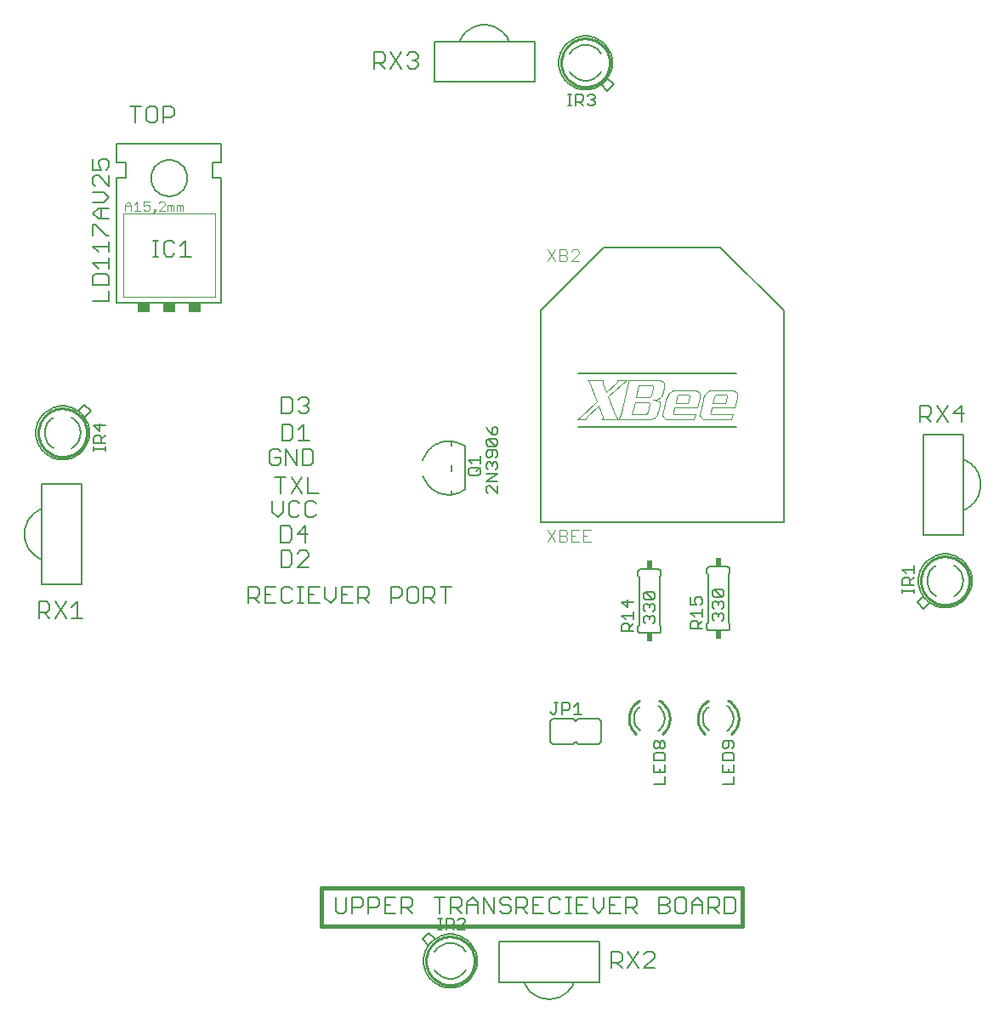
<source format=gto>
G75*
%MOIN*%
%OFA0B0*%
%FSLAX24Y24*%
%IPPOS*%
%LPD*%
%AMOC8*
5,1,8,0,0,1.08239X$1,22.5*
%
%ADD10C,0.0060*%
%ADD11C,0.0160*%
%ADD12C,0.0100*%
%ADD13C,0.0050*%
%ADD14R,0.0240X0.0340*%
%ADD15C,0.0080*%
%ADD16C,0.0040*%
%ADD17C,0.0020*%
%ADD18R,0.0500X0.0350*%
%ADD19C,0.0070*%
D10*
X016395Y004741D02*
X016502Y004635D01*
X016716Y004635D01*
X016822Y004741D01*
X016822Y005275D01*
X017040Y005275D02*
X017360Y005275D01*
X017467Y005168D01*
X017467Y004955D01*
X017360Y004848D01*
X017040Y004848D01*
X017040Y004635D02*
X017040Y005275D01*
X016395Y005275D02*
X016395Y004741D01*
X017685Y004635D02*
X017685Y005275D01*
X018005Y005275D01*
X018112Y005168D01*
X018112Y004955D01*
X018005Y004848D01*
X017685Y004848D01*
X018329Y004955D02*
X018543Y004955D01*
X018756Y005275D02*
X018329Y005275D01*
X018329Y004635D01*
X018756Y004635D01*
X018974Y004635D02*
X018974Y005275D01*
X019294Y005275D01*
X019401Y005168D01*
X019401Y004955D01*
X019294Y004848D01*
X018974Y004848D01*
X019187Y004848D02*
X019401Y004635D01*
X020047Y003867D02*
X020297Y003617D01*
X020047Y003367D02*
X019797Y003617D01*
X020047Y003867D01*
X020476Y004635D02*
X020476Y005275D01*
X020263Y005275D02*
X020690Y005275D01*
X020907Y005275D02*
X021228Y005275D01*
X021334Y005168D01*
X021334Y004955D01*
X021228Y004848D01*
X020907Y004848D01*
X020907Y004635D02*
X020907Y005275D01*
X021121Y004848D02*
X021334Y004635D01*
X021552Y004635D02*
X021552Y005062D01*
X021765Y005275D01*
X021979Y005062D01*
X021979Y004635D01*
X022196Y004635D02*
X022196Y005275D01*
X022623Y004635D01*
X022623Y005275D01*
X022841Y005168D02*
X022948Y005275D01*
X023161Y005275D01*
X023268Y005168D01*
X023161Y004955D02*
X023268Y004848D01*
X023268Y004741D01*
X023161Y004635D01*
X022948Y004635D01*
X022841Y004741D01*
X022948Y004955D02*
X023161Y004955D01*
X022948Y004955D02*
X022841Y005062D01*
X022841Y005168D01*
X023485Y005275D02*
X023485Y004635D01*
X023485Y004848D02*
X023806Y004848D01*
X023913Y004955D01*
X023913Y005168D01*
X023806Y005275D01*
X023485Y005275D01*
X023699Y004848D02*
X023913Y004635D01*
X024130Y004635D02*
X024557Y004635D01*
X024775Y004741D02*
X024775Y005168D01*
X024881Y005275D01*
X025095Y005275D01*
X025202Y005168D01*
X025419Y005275D02*
X025633Y005275D01*
X025526Y005275D02*
X025526Y004635D01*
X025419Y004635D02*
X025633Y004635D01*
X025849Y004635D02*
X026276Y004635D01*
X026493Y004848D02*
X026707Y004635D01*
X026920Y004848D01*
X026920Y005275D01*
X027138Y005275D02*
X027138Y004635D01*
X027565Y004635D01*
X027782Y004635D02*
X027782Y005275D01*
X028103Y005275D01*
X028210Y005168D01*
X028210Y004955D01*
X028103Y004848D01*
X027782Y004848D01*
X027996Y004848D02*
X028210Y004635D01*
X029072Y004635D02*
X029072Y005275D01*
X029392Y005275D01*
X029499Y005168D01*
X029499Y005062D01*
X029392Y004955D01*
X029072Y004955D01*
X029392Y004955D02*
X029499Y004848D01*
X029499Y004741D01*
X029392Y004635D01*
X029072Y004635D01*
X029716Y004741D02*
X029716Y005168D01*
X029823Y005275D01*
X030036Y005275D01*
X030143Y005168D01*
X030143Y004741D01*
X030036Y004635D01*
X029823Y004635D01*
X029716Y004741D01*
X030361Y004635D02*
X030361Y005062D01*
X030574Y005275D01*
X030788Y005062D01*
X030788Y004635D01*
X031005Y004635D02*
X031005Y005275D01*
X031326Y005275D01*
X031432Y005168D01*
X031432Y004955D01*
X031326Y004848D01*
X031005Y004848D01*
X031219Y004848D02*
X031432Y004635D01*
X031650Y004635D02*
X031970Y004635D01*
X032077Y004741D01*
X032077Y005168D01*
X031970Y005275D01*
X031650Y005275D01*
X031650Y004635D01*
X030788Y004955D02*
X030361Y004955D01*
X028812Y003122D02*
X028599Y003122D01*
X028492Y003015D01*
X028275Y003122D02*
X027848Y002481D01*
X027630Y002481D02*
X027417Y002695D01*
X027523Y002695D02*
X027203Y002695D01*
X027203Y002481D02*
X027203Y003122D01*
X027523Y003122D01*
X027630Y003015D01*
X027630Y002802D01*
X027523Y002695D01*
X027848Y003122D02*
X028275Y002481D01*
X028492Y002481D02*
X028919Y002908D01*
X028919Y003015D01*
X028812Y003122D01*
X028919Y002481D02*
X028492Y002481D01*
X027351Y004955D02*
X027138Y004955D01*
X027138Y005275D02*
X027565Y005275D01*
X026493Y005275D02*
X026493Y004848D01*
X026062Y004955D02*
X025849Y004955D01*
X025849Y005275D02*
X025849Y004635D01*
X025202Y004741D02*
X025095Y004635D01*
X024881Y004635D01*
X024775Y004741D01*
X024344Y004955D02*
X024130Y004955D01*
X024130Y005275D02*
X024130Y004635D01*
X024130Y005275D02*
X024557Y005275D01*
X025849Y005275D02*
X026276Y005275D01*
X021979Y004955D02*
X021552Y004955D01*
X021502Y002414D02*
X021474Y002370D01*
X021443Y002328D01*
X021408Y002289D01*
X021371Y002252D01*
X021332Y002218D01*
X021290Y002188D01*
X021246Y002160D01*
X021200Y002136D01*
X021152Y002115D01*
X021102Y002098D01*
X021052Y002084D01*
X021001Y002075D01*
X020949Y002069D01*
X020897Y002067D01*
X020292Y003120D02*
X020320Y003164D01*
X020351Y003206D01*
X020386Y003245D01*
X020423Y003282D01*
X020462Y003316D01*
X020504Y003346D01*
X020548Y003374D01*
X020594Y003398D01*
X020642Y003419D01*
X020692Y003436D01*
X020742Y003450D01*
X020793Y003459D01*
X020845Y003465D01*
X020897Y003467D01*
X019847Y002767D02*
X019849Y002832D01*
X019855Y002896D01*
X019865Y002960D01*
X019879Y003023D01*
X019896Y003085D01*
X019918Y003146D01*
X019943Y003206D01*
X019972Y003264D01*
X020004Y003320D01*
X020040Y003374D01*
X020079Y003425D01*
X020121Y003474D01*
X020166Y003521D01*
X020214Y003564D01*
X020264Y003605D01*
X020317Y003642D01*
X020372Y003676D01*
X020429Y003707D01*
X020488Y003734D01*
X020548Y003757D01*
X020610Y003777D01*
X020672Y003793D01*
X020736Y003805D01*
X020800Y003813D01*
X020865Y003817D01*
X020929Y003817D01*
X020994Y003813D01*
X021058Y003805D01*
X021122Y003793D01*
X021184Y003777D01*
X021246Y003757D01*
X021306Y003734D01*
X021365Y003707D01*
X021422Y003676D01*
X021477Y003642D01*
X021530Y003605D01*
X021580Y003564D01*
X021628Y003521D01*
X021673Y003474D01*
X021715Y003425D01*
X021754Y003374D01*
X021790Y003320D01*
X021822Y003264D01*
X021851Y003206D01*
X021876Y003146D01*
X021898Y003085D01*
X021915Y003023D01*
X021929Y002960D01*
X021939Y002896D01*
X021945Y002832D01*
X021947Y002767D01*
X021945Y002702D01*
X021939Y002638D01*
X021929Y002574D01*
X021915Y002511D01*
X021898Y002449D01*
X021876Y002388D01*
X021851Y002328D01*
X021822Y002270D01*
X021790Y002214D01*
X021754Y002160D01*
X021715Y002109D01*
X021673Y002060D01*
X021628Y002013D01*
X021580Y001970D01*
X021530Y001929D01*
X021477Y001892D01*
X021422Y001858D01*
X021365Y001827D01*
X021306Y001800D01*
X021246Y001777D01*
X021184Y001757D01*
X021122Y001741D01*
X021058Y001729D01*
X020994Y001721D01*
X020929Y001717D01*
X020865Y001717D01*
X020800Y001721D01*
X020736Y001729D01*
X020672Y001741D01*
X020610Y001757D01*
X020548Y001777D01*
X020488Y001800D01*
X020429Y001827D01*
X020372Y001858D01*
X020317Y001892D01*
X020264Y001929D01*
X020214Y001970D01*
X020166Y002013D01*
X020121Y002060D01*
X020079Y002109D01*
X020040Y002160D01*
X020004Y002214D01*
X019972Y002270D01*
X019943Y002328D01*
X019918Y002388D01*
X019896Y002449D01*
X019879Y002511D01*
X019865Y002574D01*
X019855Y002638D01*
X019849Y002702D01*
X019847Y002767D01*
X020292Y002414D02*
X020320Y002370D01*
X020351Y002328D01*
X020386Y002289D01*
X020423Y002252D01*
X020462Y002218D01*
X020504Y002188D01*
X020548Y002160D01*
X020594Y002136D01*
X020642Y002115D01*
X020692Y002098D01*
X020742Y002084D01*
X020793Y002075D01*
X020845Y002069D01*
X020897Y002067D01*
X021502Y003120D02*
X021474Y003164D01*
X021443Y003206D01*
X021408Y003245D01*
X021371Y003282D01*
X021332Y003316D01*
X021290Y003346D01*
X021246Y003374D01*
X021200Y003398D01*
X021152Y003419D01*
X021102Y003436D01*
X021052Y003450D01*
X021001Y003459D01*
X020949Y003465D01*
X020897Y003467D01*
X024897Y011267D02*
X024797Y011367D01*
X024797Y012167D01*
X024897Y012267D01*
X025697Y012267D01*
X025797Y012167D01*
X025897Y012267D01*
X026697Y012267D01*
X026797Y012167D01*
X026797Y011367D01*
X026697Y011267D01*
X025897Y011267D01*
X025797Y011367D01*
X025697Y011267D01*
X024897Y011267D01*
X029057Y012747D02*
X029093Y012718D01*
X029127Y012686D01*
X029158Y012651D01*
X029186Y012615D01*
X029211Y012576D01*
X029234Y012535D01*
X029253Y012493D01*
X029269Y012450D01*
X029281Y012405D01*
X029290Y012359D01*
X029295Y012313D01*
X029297Y012267D01*
X028329Y012741D02*
X028294Y012711D01*
X028261Y012680D01*
X028231Y012645D01*
X028204Y012609D01*
X028180Y012571D01*
X028158Y012531D01*
X028140Y012489D01*
X028124Y012446D01*
X028112Y012402D01*
X028104Y012358D01*
X028099Y012312D01*
X028097Y012267D01*
X029046Y011779D02*
X029083Y011808D01*
X029118Y011840D01*
X029151Y011875D01*
X029181Y011912D01*
X029207Y011951D01*
X029230Y011992D01*
X029251Y012036D01*
X029267Y012080D01*
X029280Y012126D01*
X029289Y012172D01*
X029295Y012220D01*
X029297Y012267D01*
X028329Y011793D02*
X028294Y011823D01*
X028261Y011854D01*
X028231Y011889D01*
X028204Y011925D01*
X028180Y011963D01*
X028158Y012003D01*
X028140Y012045D01*
X028124Y012088D01*
X028112Y012132D01*
X028104Y012176D01*
X028099Y012222D01*
X028097Y012267D01*
X031757Y012747D02*
X031793Y012718D01*
X031827Y012686D01*
X031858Y012651D01*
X031886Y012615D01*
X031911Y012576D01*
X031934Y012535D01*
X031953Y012493D01*
X031969Y012450D01*
X031981Y012405D01*
X031990Y012359D01*
X031995Y012313D01*
X031997Y012267D01*
X031029Y012741D02*
X030994Y012711D01*
X030961Y012680D01*
X030931Y012645D01*
X030904Y012609D01*
X030880Y012571D01*
X030858Y012531D01*
X030840Y012489D01*
X030824Y012446D01*
X030812Y012402D01*
X030804Y012358D01*
X030799Y012312D01*
X030797Y012267D01*
X031746Y011779D02*
X031783Y011808D01*
X031818Y011840D01*
X031851Y011875D01*
X031881Y011912D01*
X031907Y011951D01*
X031930Y011992D01*
X031951Y012036D01*
X031967Y012080D01*
X031980Y012126D01*
X031989Y012172D01*
X031995Y012220D01*
X031997Y012267D01*
X031029Y011793D02*
X030994Y011823D01*
X030961Y011854D01*
X030931Y011889D01*
X030904Y011925D01*
X030880Y011963D01*
X030858Y012003D01*
X030840Y012045D01*
X030824Y012088D01*
X030812Y012132D01*
X030804Y012176D01*
X030799Y012222D01*
X030797Y012267D01*
X031047Y015717D02*
X031747Y015717D01*
X031764Y015719D01*
X031781Y015723D01*
X031797Y015730D01*
X031811Y015740D01*
X031824Y015753D01*
X031834Y015767D01*
X031841Y015783D01*
X031845Y015800D01*
X031847Y015817D01*
X031847Y015967D01*
X031797Y016017D01*
X031797Y017917D01*
X031847Y017967D01*
X031847Y018117D01*
X031845Y018134D01*
X031841Y018151D01*
X031834Y018167D01*
X031824Y018181D01*
X031811Y018194D01*
X031797Y018204D01*
X031781Y018211D01*
X031764Y018215D01*
X031747Y018217D01*
X031047Y018217D01*
X031030Y018215D01*
X031013Y018211D01*
X030997Y018204D01*
X030983Y018194D01*
X030970Y018181D01*
X030960Y018167D01*
X030953Y018151D01*
X030949Y018134D01*
X030947Y018117D01*
X030947Y017967D01*
X030997Y017917D01*
X030997Y016017D01*
X030947Y015967D01*
X030947Y015817D01*
X030949Y015800D01*
X030953Y015783D01*
X030960Y015767D01*
X030970Y015753D01*
X030983Y015740D01*
X030997Y015730D01*
X031013Y015723D01*
X031030Y015719D01*
X031047Y015717D01*
X029147Y015717D02*
X029147Y015867D01*
X029097Y015917D01*
X029097Y017817D01*
X029147Y017867D01*
X029147Y018017D01*
X029145Y018034D01*
X029141Y018051D01*
X029134Y018067D01*
X029124Y018081D01*
X029111Y018094D01*
X029097Y018104D01*
X029081Y018111D01*
X029064Y018115D01*
X029047Y018117D01*
X028347Y018117D01*
X028330Y018115D01*
X028313Y018111D01*
X028297Y018104D01*
X028283Y018094D01*
X028270Y018081D01*
X028260Y018067D01*
X028253Y018051D01*
X028249Y018034D01*
X028247Y018017D01*
X028247Y017867D01*
X028297Y017817D01*
X028297Y015917D01*
X028247Y015867D01*
X028247Y015717D01*
X028249Y015700D01*
X028253Y015683D01*
X028260Y015667D01*
X028270Y015653D01*
X028283Y015640D01*
X028297Y015630D01*
X028313Y015623D01*
X028330Y015619D01*
X028347Y015617D01*
X029047Y015617D01*
X029064Y015619D01*
X029081Y015623D01*
X029097Y015630D01*
X029111Y015640D01*
X029124Y015653D01*
X029134Y015667D01*
X029141Y015683D01*
X029145Y015700D01*
X029147Y015717D01*
X021477Y021262D02*
X021477Y022912D01*
X020927Y022974D02*
X020927Y023132D01*
X020927Y022200D02*
X020927Y021974D01*
X021477Y021262D02*
X021426Y021225D01*
X021373Y021190D01*
X021317Y021158D01*
X021260Y021130D01*
X021201Y021106D01*
X021141Y021085D01*
X021080Y021068D01*
X021018Y021054D01*
X020955Y021045D01*
X020892Y021039D01*
X020828Y021037D01*
X020764Y021039D01*
X020701Y021045D01*
X020638Y021054D01*
X020576Y021067D01*
X020515Y021085D01*
X020455Y021105D01*
X020396Y021130D01*
X020339Y021158D01*
X020283Y021189D01*
X020230Y021223D01*
X020179Y021261D01*
X020130Y021302D01*
X020084Y021346D01*
X020040Y021392D01*
X019999Y021441D01*
X019962Y021492D01*
X019927Y021546D01*
X019896Y021601D01*
X019868Y021658D01*
X019844Y021717D01*
X019824Y021777D01*
X019824Y022397D02*
X019844Y022457D01*
X019868Y022516D01*
X019896Y022573D01*
X019927Y022628D01*
X019962Y022682D01*
X019999Y022733D01*
X020040Y022782D01*
X020084Y022828D01*
X020130Y022872D01*
X020179Y022913D01*
X020230Y022951D01*
X020283Y022985D01*
X020339Y023017D01*
X020396Y023044D01*
X020455Y023069D01*
X020515Y023089D01*
X020576Y023107D01*
X020638Y023120D01*
X020701Y023129D01*
X020764Y023135D01*
X020828Y023137D01*
X020892Y023135D01*
X020955Y023129D01*
X021018Y023120D01*
X021080Y023106D01*
X021141Y023089D01*
X021201Y023068D01*
X021260Y023044D01*
X021317Y023016D01*
X021373Y022984D01*
X021426Y022949D01*
X021477Y022912D01*
X020927Y021200D02*
X020927Y021042D01*
X020929Y017436D02*
X020502Y017436D01*
X020716Y017436D02*
X020716Y016795D01*
X020285Y016795D02*
X020071Y017009D01*
X020178Y017009D02*
X019858Y017009D01*
X019858Y016795D02*
X019858Y017436D01*
X020178Y017436D01*
X020285Y017329D01*
X020285Y017115D01*
X020178Y017009D01*
X019640Y016902D02*
X019640Y017329D01*
X019534Y017436D01*
X019320Y017436D01*
X019213Y017329D01*
X019213Y016902D01*
X019320Y016795D01*
X019534Y016795D01*
X019640Y016902D01*
X018996Y017115D02*
X018889Y017009D01*
X018569Y017009D01*
X018569Y016795D02*
X018569Y017436D01*
X018889Y017436D01*
X018996Y017329D01*
X018996Y017115D01*
X017707Y017115D02*
X017600Y017009D01*
X017280Y017009D01*
X017493Y017009D02*
X017707Y016795D01*
X017707Y017115D02*
X017707Y017329D01*
X017600Y017436D01*
X017280Y017436D01*
X017280Y016795D01*
X017062Y016795D02*
X016635Y016795D01*
X016635Y017436D01*
X017062Y017436D01*
X016849Y017115D02*
X016635Y017115D01*
X016418Y017009D02*
X016418Y017436D01*
X016418Y017009D02*
X016204Y016795D01*
X015991Y017009D01*
X015991Y017436D01*
X015773Y017436D02*
X015346Y017436D01*
X015346Y016795D01*
X015773Y016795D01*
X015559Y017115D02*
X015346Y017115D01*
X015130Y016795D02*
X014916Y016795D01*
X015023Y016795D02*
X015023Y017436D01*
X014916Y017436D02*
X015130Y017436D01*
X014699Y017329D02*
X014592Y017436D01*
X014378Y017436D01*
X014272Y017329D01*
X014272Y016902D01*
X014378Y016795D01*
X014592Y016795D01*
X014699Y016902D01*
X014054Y016795D02*
X013627Y016795D01*
X013627Y017436D01*
X014054Y017436D01*
X013841Y017115D02*
X013627Y017115D01*
X013410Y017115D02*
X013303Y017009D01*
X012983Y017009D01*
X013196Y017009D02*
X013410Y016795D01*
X013410Y017115D02*
X013410Y017329D01*
X013303Y017436D01*
X012983Y017436D01*
X012983Y016795D01*
X014262Y018206D02*
X014582Y018206D01*
X014689Y018312D01*
X014689Y018739D01*
X014582Y018846D01*
X014262Y018846D01*
X014262Y018206D01*
X014907Y018206D02*
X015334Y018633D01*
X015334Y018739D01*
X015227Y018846D01*
X015013Y018846D01*
X014907Y018739D01*
X014907Y018206D02*
X015334Y018206D01*
X015215Y019174D02*
X015215Y019815D01*
X014895Y019494D01*
X015322Y019494D01*
X014677Y019281D02*
X014677Y019708D01*
X014571Y019815D01*
X014250Y019815D01*
X014250Y019174D01*
X014571Y019174D01*
X014677Y019281D01*
X014667Y020147D02*
X014881Y020147D01*
X014987Y020253D01*
X015205Y020253D02*
X015312Y020147D01*
X015525Y020147D01*
X015632Y020253D01*
X015205Y020253D02*
X015205Y020680D01*
X015312Y020787D01*
X015525Y020787D01*
X015632Y020680D01*
X015734Y021099D02*
X015307Y021099D01*
X015307Y021740D01*
X015090Y021740D02*
X014663Y021099D01*
X014667Y020787D02*
X014560Y020680D01*
X014560Y020253D01*
X014667Y020147D01*
X014343Y020360D02*
X014343Y020787D01*
X014667Y020787D02*
X014881Y020787D01*
X014987Y020680D01*
X015090Y021099D02*
X014663Y021740D01*
X014445Y021740D02*
X014018Y021740D01*
X014232Y021740D02*
X014232Y021099D01*
X013916Y020787D02*
X013916Y020360D01*
X014129Y020147D01*
X014343Y020360D01*
X014450Y022190D02*
X014450Y022830D01*
X014877Y022190D01*
X014877Y022830D01*
X015095Y022830D02*
X015415Y022830D01*
X015522Y022724D01*
X015522Y022297D01*
X015415Y022190D01*
X015095Y022190D01*
X015095Y022830D01*
X015152Y023162D02*
X015152Y023803D01*
X014938Y023589D01*
X014721Y023696D02*
X014721Y023269D01*
X014614Y023162D01*
X014294Y023162D01*
X014294Y023803D01*
X014614Y023803D01*
X014721Y023696D01*
X014606Y024214D02*
X014286Y024214D01*
X014286Y024854D01*
X014606Y024854D01*
X014713Y024747D01*
X014713Y024320D01*
X014606Y024214D01*
X014930Y024320D02*
X015037Y024214D01*
X015251Y024214D01*
X015357Y024320D01*
X015357Y024427D01*
X015251Y024534D01*
X015144Y024534D01*
X015251Y024534D02*
X015357Y024641D01*
X015357Y024747D01*
X015251Y024854D01*
X015037Y024854D01*
X014930Y024747D01*
X014938Y023162D02*
X015365Y023162D01*
X014232Y022724D02*
X014126Y022830D01*
X013912Y022830D01*
X013805Y022724D01*
X013805Y022297D01*
X013912Y022190D01*
X014126Y022190D01*
X014232Y022297D01*
X014232Y022510D01*
X014019Y022510D01*
X011925Y028550D02*
X007825Y028550D01*
X007825Y033450D01*
X008175Y033450D01*
X008175Y034050D01*
X007825Y034050D01*
X007825Y034800D01*
X011925Y034800D01*
X011925Y034050D01*
X011575Y034050D01*
X011575Y033450D01*
X011925Y033450D01*
X011925Y028550D01*
X009165Y033450D02*
X009167Y033503D01*
X009173Y033556D01*
X009183Y033608D01*
X009197Y033659D01*
X009214Y033709D01*
X009235Y033758D01*
X009260Y033805D01*
X009288Y033850D01*
X009320Y033893D01*
X009355Y033933D01*
X009392Y033970D01*
X009432Y034005D01*
X009475Y034037D01*
X009520Y034065D01*
X009567Y034090D01*
X009616Y034111D01*
X009666Y034128D01*
X009717Y034142D01*
X009769Y034152D01*
X009822Y034158D01*
X009875Y034160D01*
X009928Y034158D01*
X009981Y034152D01*
X010033Y034142D01*
X010084Y034128D01*
X010134Y034111D01*
X010183Y034090D01*
X010230Y034065D01*
X010275Y034037D01*
X010318Y034005D01*
X010358Y033970D01*
X010395Y033933D01*
X010430Y033893D01*
X010462Y033850D01*
X010490Y033805D01*
X010515Y033758D01*
X010536Y033709D01*
X010553Y033659D01*
X010567Y033608D01*
X010577Y033556D01*
X010583Y033503D01*
X010585Y033450D01*
X010583Y033397D01*
X010577Y033344D01*
X010567Y033292D01*
X010553Y033241D01*
X010536Y033191D01*
X010515Y033142D01*
X010490Y033095D01*
X010462Y033050D01*
X010430Y033007D01*
X010395Y032967D01*
X010358Y032930D01*
X010318Y032895D01*
X010275Y032863D01*
X010230Y032835D01*
X010183Y032810D01*
X010134Y032789D01*
X010084Y032772D01*
X010033Y032758D01*
X009981Y032748D01*
X009928Y032742D01*
X009875Y032740D01*
X009822Y032742D01*
X009769Y032748D01*
X009717Y032758D01*
X009666Y032772D01*
X009616Y032789D01*
X009567Y032810D01*
X009520Y032835D01*
X009475Y032863D01*
X009432Y032895D01*
X009392Y032930D01*
X009355Y032967D01*
X009320Y033007D01*
X009288Y033050D01*
X009260Y033095D01*
X009235Y033142D01*
X009214Y033191D01*
X009197Y033241D01*
X009183Y033292D01*
X009173Y033344D01*
X009167Y033397D01*
X009165Y033450D01*
X009096Y035615D02*
X009310Y035615D01*
X009416Y035722D01*
X009416Y036149D01*
X009310Y036256D01*
X009096Y036256D01*
X008989Y036149D01*
X008989Y035722D01*
X009096Y035615D01*
X008558Y035615D02*
X008558Y036256D01*
X008345Y036256D02*
X008772Y036256D01*
X009634Y036256D02*
X009634Y035615D01*
X009634Y035829D02*
X009954Y035829D01*
X010061Y035935D01*
X010061Y036149D01*
X009954Y036256D01*
X009634Y036256D01*
X017912Y037741D02*
X017912Y038382D01*
X018232Y038382D01*
X018339Y038275D01*
X018339Y038061D01*
X018232Y037955D01*
X017912Y037955D01*
X018125Y037955D02*
X018339Y037741D01*
X018556Y037741D02*
X018983Y038382D01*
X019201Y038275D02*
X019308Y038382D01*
X019521Y038382D01*
X019628Y038275D01*
X019628Y038168D01*
X019521Y038061D01*
X019628Y037955D01*
X019628Y037848D01*
X019521Y037741D01*
X019308Y037741D01*
X019201Y037848D01*
X018983Y037741D02*
X018556Y038382D01*
X019414Y038061D02*
X019521Y038061D01*
X025592Y038320D02*
X025620Y038364D01*
X025651Y038406D01*
X025686Y038445D01*
X025723Y038482D01*
X025762Y038516D01*
X025804Y038546D01*
X025848Y038574D01*
X025894Y038598D01*
X025942Y038619D01*
X025992Y038636D01*
X026042Y038650D01*
X026093Y038659D01*
X026145Y038665D01*
X026197Y038667D01*
X025147Y037967D02*
X025149Y038032D01*
X025155Y038096D01*
X025165Y038160D01*
X025179Y038223D01*
X025196Y038285D01*
X025218Y038346D01*
X025243Y038406D01*
X025272Y038464D01*
X025304Y038520D01*
X025340Y038574D01*
X025379Y038625D01*
X025421Y038674D01*
X025466Y038721D01*
X025514Y038764D01*
X025564Y038805D01*
X025617Y038842D01*
X025672Y038876D01*
X025729Y038907D01*
X025788Y038934D01*
X025848Y038957D01*
X025910Y038977D01*
X025972Y038993D01*
X026036Y039005D01*
X026100Y039013D01*
X026165Y039017D01*
X026229Y039017D01*
X026294Y039013D01*
X026358Y039005D01*
X026422Y038993D01*
X026484Y038977D01*
X026546Y038957D01*
X026606Y038934D01*
X026665Y038907D01*
X026722Y038876D01*
X026777Y038842D01*
X026830Y038805D01*
X026880Y038764D01*
X026928Y038721D01*
X026973Y038674D01*
X027015Y038625D01*
X027054Y038574D01*
X027090Y038520D01*
X027122Y038464D01*
X027151Y038406D01*
X027176Y038346D01*
X027198Y038285D01*
X027215Y038223D01*
X027229Y038160D01*
X027239Y038096D01*
X027245Y038032D01*
X027247Y037967D01*
X027245Y037902D01*
X027239Y037838D01*
X027229Y037774D01*
X027215Y037711D01*
X027198Y037649D01*
X027176Y037588D01*
X027151Y037528D01*
X027122Y037470D01*
X027090Y037414D01*
X027054Y037360D01*
X027015Y037309D01*
X026973Y037260D01*
X026928Y037213D01*
X026880Y037170D01*
X026830Y037129D01*
X026777Y037092D01*
X026722Y037058D01*
X026665Y037027D01*
X026606Y037000D01*
X026546Y036977D01*
X026484Y036957D01*
X026422Y036941D01*
X026358Y036929D01*
X026294Y036921D01*
X026229Y036917D01*
X026165Y036917D01*
X026100Y036921D01*
X026036Y036929D01*
X025972Y036941D01*
X025910Y036957D01*
X025848Y036977D01*
X025788Y037000D01*
X025729Y037027D01*
X025672Y037058D01*
X025617Y037092D01*
X025564Y037129D01*
X025514Y037170D01*
X025466Y037213D01*
X025421Y037260D01*
X025379Y037309D01*
X025340Y037360D01*
X025304Y037414D01*
X025272Y037470D01*
X025243Y037528D01*
X025218Y037588D01*
X025196Y037649D01*
X025179Y037711D01*
X025165Y037774D01*
X025155Y037838D01*
X025149Y037902D01*
X025147Y037967D01*
X025592Y037614D02*
X025620Y037570D01*
X025651Y037528D01*
X025686Y037489D01*
X025723Y037452D01*
X025762Y037418D01*
X025804Y037388D01*
X025848Y037360D01*
X025894Y037336D01*
X025942Y037315D01*
X025992Y037298D01*
X026042Y037284D01*
X026093Y037275D01*
X026145Y037269D01*
X026197Y037267D01*
X026797Y037117D02*
X027047Y036867D01*
X027297Y037117D01*
X027047Y037367D01*
X026802Y038320D02*
X026774Y038364D01*
X026743Y038406D01*
X026708Y038445D01*
X026671Y038482D01*
X026632Y038516D01*
X026590Y038546D01*
X026546Y038574D01*
X026500Y038598D01*
X026452Y038619D01*
X026402Y038636D01*
X026352Y038650D01*
X026301Y038659D01*
X026249Y038665D01*
X026197Y038667D01*
X026802Y037614D02*
X026774Y037570D01*
X026743Y037528D01*
X026708Y037489D01*
X026671Y037452D01*
X026632Y037418D01*
X026590Y037388D01*
X026546Y037360D01*
X026500Y037336D01*
X026452Y037315D01*
X026402Y037298D01*
X026352Y037284D01*
X026301Y037275D01*
X026249Y037269D01*
X026197Y037267D01*
X025896Y025796D02*
X032124Y025796D01*
X032124Y023708D02*
X025896Y023708D01*
X039197Y016817D02*
X039447Y017067D01*
X039697Y016817D02*
X039447Y016567D01*
X039197Y016817D01*
X040650Y017062D02*
X040694Y017090D01*
X040736Y017121D01*
X040775Y017156D01*
X040812Y017193D01*
X040846Y017232D01*
X040876Y017274D01*
X040904Y017318D01*
X040928Y017364D01*
X040949Y017412D01*
X040966Y017462D01*
X040980Y017512D01*
X040989Y017563D01*
X040995Y017615D01*
X040997Y017667D01*
X039247Y017667D02*
X039249Y017732D01*
X039255Y017796D01*
X039265Y017860D01*
X039279Y017923D01*
X039296Y017985D01*
X039318Y018046D01*
X039343Y018106D01*
X039372Y018164D01*
X039404Y018220D01*
X039440Y018274D01*
X039479Y018325D01*
X039521Y018374D01*
X039566Y018421D01*
X039614Y018464D01*
X039664Y018505D01*
X039717Y018542D01*
X039772Y018576D01*
X039829Y018607D01*
X039888Y018634D01*
X039948Y018657D01*
X040010Y018677D01*
X040072Y018693D01*
X040136Y018705D01*
X040200Y018713D01*
X040265Y018717D01*
X040329Y018717D01*
X040394Y018713D01*
X040458Y018705D01*
X040522Y018693D01*
X040584Y018677D01*
X040646Y018657D01*
X040706Y018634D01*
X040765Y018607D01*
X040822Y018576D01*
X040877Y018542D01*
X040930Y018505D01*
X040980Y018464D01*
X041028Y018421D01*
X041073Y018374D01*
X041115Y018325D01*
X041154Y018274D01*
X041190Y018220D01*
X041222Y018164D01*
X041251Y018106D01*
X041276Y018046D01*
X041298Y017985D01*
X041315Y017923D01*
X041329Y017860D01*
X041339Y017796D01*
X041345Y017732D01*
X041347Y017667D01*
X041345Y017602D01*
X041339Y017538D01*
X041329Y017474D01*
X041315Y017411D01*
X041298Y017349D01*
X041276Y017288D01*
X041251Y017228D01*
X041222Y017170D01*
X041190Y017114D01*
X041154Y017060D01*
X041115Y017009D01*
X041073Y016960D01*
X041028Y016913D01*
X040980Y016870D01*
X040930Y016829D01*
X040877Y016792D01*
X040822Y016758D01*
X040765Y016727D01*
X040706Y016700D01*
X040646Y016677D01*
X040584Y016657D01*
X040522Y016641D01*
X040458Y016629D01*
X040394Y016621D01*
X040329Y016617D01*
X040265Y016617D01*
X040200Y016621D01*
X040136Y016629D01*
X040072Y016641D01*
X040010Y016657D01*
X039948Y016677D01*
X039888Y016700D01*
X039829Y016727D01*
X039772Y016758D01*
X039717Y016792D01*
X039664Y016829D01*
X039614Y016870D01*
X039566Y016913D01*
X039521Y016960D01*
X039479Y017009D01*
X039440Y017060D01*
X039404Y017114D01*
X039372Y017170D01*
X039343Y017228D01*
X039318Y017288D01*
X039296Y017349D01*
X039279Y017411D01*
X039265Y017474D01*
X039255Y017538D01*
X039249Y017602D01*
X039247Y017667D01*
X040650Y018272D02*
X040694Y018244D01*
X040736Y018213D01*
X040775Y018178D01*
X040812Y018141D01*
X040846Y018102D01*
X040876Y018060D01*
X040904Y018016D01*
X040928Y017970D01*
X040949Y017922D01*
X040966Y017872D01*
X040980Y017822D01*
X040989Y017771D01*
X040995Y017719D01*
X040997Y017667D01*
X039944Y017062D02*
X039900Y017090D01*
X039858Y017121D01*
X039819Y017156D01*
X039782Y017193D01*
X039748Y017232D01*
X039718Y017274D01*
X039690Y017318D01*
X039666Y017364D01*
X039645Y017412D01*
X039628Y017462D01*
X039614Y017512D01*
X039605Y017563D01*
X039599Y017615D01*
X039597Y017667D01*
X039599Y017719D01*
X039605Y017771D01*
X039614Y017822D01*
X039628Y017872D01*
X039645Y017922D01*
X039666Y017970D01*
X039690Y018016D01*
X039718Y018060D01*
X039748Y018102D01*
X039782Y018141D01*
X039819Y018178D01*
X039858Y018213D01*
X039900Y018244D01*
X039944Y018272D01*
X039970Y023895D02*
X040397Y024535D01*
X040614Y024215D02*
X041041Y024215D01*
X040935Y023895D02*
X040935Y024535D01*
X040614Y024215D01*
X040397Y023895D02*
X039970Y024535D01*
X039752Y024428D02*
X039752Y024215D01*
X039645Y024108D01*
X039325Y024108D01*
X039325Y023895D02*
X039325Y024535D01*
X039645Y024535D01*
X039752Y024428D01*
X039539Y024108D02*
X039752Y023895D01*
X006797Y024317D02*
X006547Y024067D01*
X006797Y024317D02*
X006547Y024567D01*
X006297Y024317D01*
X005344Y024072D02*
X005300Y024044D01*
X005258Y024013D01*
X005219Y023978D01*
X005182Y023941D01*
X005148Y023902D01*
X005118Y023860D01*
X005090Y023816D01*
X005066Y023770D01*
X005045Y023722D01*
X005028Y023672D01*
X005014Y023622D01*
X005005Y023571D01*
X004999Y023519D01*
X004997Y023467D01*
X006050Y024072D02*
X006094Y024044D01*
X006136Y024013D01*
X006175Y023978D01*
X006212Y023941D01*
X006246Y023902D01*
X006276Y023860D01*
X006304Y023816D01*
X006328Y023770D01*
X006349Y023722D01*
X006366Y023672D01*
X006380Y023622D01*
X006389Y023571D01*
X006395Y023519D01*
X006397Y023467D01*
X004647Y023467D02*
X004649Y023532D01*
X004655Y023596D01*
X004665Y023660D01*
X004679Y023723D01*
X004696Y023785D01*
X004718Y023846D01*
X004743Y023906D01*
X004772Y023964D01*
X004804Y024020D01*
X004840Y024074D01*
X004879Y024125D01*
X004921Y024174D01*
X004966Y024221D01*
X005014Y024264D01*
X005064Y024305D01*
X005117Y024342D01*
X005172Y024376D01*
X005229Y024407D01*
X005288Y024434D01*
X005348Y024457D01*
X005410Y024477D01*
X005472Y024493D01*
X005536Y024505D01*
X005600Y024513D01*
X005665Y024517D01*
X005729Y024517D01*
X005794Y024513D01*
X005858Y024505D01*
X005922Y024493D01*
X005984Y024477D01*
X006046Y024457D01*
X006106Y024434D01*
X006165Y024407D01*
X006222Y024376D01*
X006277Y024342D01*
X006330Y024305D01*
X006380Y024264D01*
X006428Y024221D01*
X006473Y024174D01*
X006515Y024125D01*
X006554Y024074D01*
X006590Y024020D01*
X006622Y023964D01*
X006651Y023906D01*
X006676Y023846D01*
X006698Y023785D01*
X006715Y023723D01*
X006729Y023660D01*
X006739Y023596D01*
X006745Y023532D01*
X006747Y023467D01*
X006745Y023402D01*
X006739Y023338D01*
X006729Y023274D01*
X006715Y023211D01*
X006698Y023149D01*
X006676Y023088D01*
X006651Y023028D01*
X006622Y022970D01*
X006590Y022914D01*
X006554Y022860D01*
X006515Y022809D01*
X006473Y022760D01*
X006428Y022713D01*
X006380Y022670D01*
X006330Y022629D01*
X006277Y022592D01*
X006222Y022558D01*
X006165Y022527D01*
X006106Y022500D01*
X006046Y022477D01*
X005984Y022457D01*
X005922Y022441D01*
X005858Y022429D01*
X005794Y022421D01*
X005729Y022417D01*
X005665Y022417D01*
X005600Y022421D01*
X005536Y022429D01*
X005472Y022441D01*
X005410Y022457D01*
X005348Y022477D01*
X005288Y022500D01*
X005229Y022527D01*
X005172Y022558D01*
X005117Y022592D01*
X005064Y022629D01*
X005014Y022670D01*
X004966Y022713D01*
X004921Y022760D01*
X004879Y022809D01*
X004840Y022860D01*
X004804Y022914D01*
X004772Y022970D01*
X004743Y023028D01*
X004718Y023088D01*
X004696Y023149D01*
X004679Y023211D01*
X004665Y023274D01*
X004655Y023338D01*
X004649Y023402D01*
X004647Y023467D01*
X006050Y022862D02*
X006094Y022890D01*
X006136Y022921D01*
X006175Y022956D01*
X006212Y022993D01*
X006246Y023032D01*
X006276Y023074D01*
X006304Y023118D01*
X006328Y023164D01*
X006349Y023212D01*
X006366Y023262D01*
X006380Y023312D01*
X006389Y023363D01*
X006395Y023415D01*
X006397Y023467D01*
X005344Y022862D02*
X005300Y022890D01*
X005258Y022921D01*
X005219Y022956D01*
X005182Y022993D01*
X005148Y023032D01*
X005118Y023074D01*
X005090Y023118D01*
X005066Y023164D01*
X005045Y023212D01*
X005028Y023262D01*
X005014Y023312D01*
X005005Y023363D01*
X004999Y023415D01*
X004997Y023467D01*
X005082Y016846D02*
X005189Y016739D01*
X005189Y016526D01*
X005082Y016419D01*
X004762Y016419D01*
X004762Y016206D02*
X004762Y016846D01*
X005082Y016846D01*
X005407Y016846D02*
X005834Y016206D01*
X006051Y016206D02*
X006478Y016206D01*
X006265Y016206D02*
X006265Y016846D01*
X006051Y016633D01*
X005834Y016846D02*
X005407Y016206D01*
X005189Y016206D02*
X004976Y016419D01*
D11*
X015829Y005633D02*
X015829Y004133D01*
X032327Y004133D01*
X032327Y005633D01*
X015829Y005633D01*
D12*
X019947Y002767D02*
X019949Y002828D01*
X019955Y002890D01*
X019965Y002950D01*
X019979Y003010D01*
X019996Y003069D01*
X020018Y003127D01*
X020043Y003183D01*
X020072Y003238D01*
X020104Y003290D01*
X020139Y003340D01*
X020178Y003388D01*
X020220Y003433D01*
X020264Y003476D01*
X020312Y003515D01*
X020361Y003552D01*
X020413Y003585D01*
X020467Y003614D01*
X020523Y003640D01*
X020580Y003663D01*
X020639Y003681D01*
X020698Y003696D01*
X020759Y003707D01*
X020820Y003714D01*
X020882Y003717D01*
X020943Y003716D01*
X021004Y003711D01*
X021065Y003702D01*
X021125Y003689D01*
X021185Y003672D01*
X021243Y003652D01*
X021299Y003628D01*
X021354Y003600D01*
X021407Y003568D01*
X021458Y003534D01*
X021506Y003496D01*
X021552Y003455D01*
X021595Y003411D01*
X021636Y003364D01*
X021673Y003315D01*
X021707Y003264D01*
X021737Y003211D01*
X021764Y003155D01*
X021787Y003098D01*
X021807Y003040D01*
X021823Y002981D01*
X021835Y002920D01*
X021843Y002859D01*
X021847Y002798D01*
X021847Y002736D01*
X021843Y002675D01*
X021835Y002614D01*
X021823Y002553D01*
X021807Y002494D01*
X021787Y002436D01*
X021764Y002379D01*
X021737Y002323D01*
X021707Y002270D01*
X021673Y002219D01*
X021636Y002170D01*
X021595Y002123D01*
X021552Y002079D01*
X021506Y002038D01*
X021458Y002000D01*
X021407Y001966D01*
X021354Y001934D01*
X021299Y001906D01*
X021243Y001882D01*
X021185Y001862D01*
X021125Y001845D01*
X021065Y001832D01*
X021004Y001823D01*
X020943Y001818D01*
X020882Y001817D01*
X020820Y001820D01*
X020759Y001827D01*
X020698Y001838D01*
X020639Y001853D01*
X020580Y001871D01*
X020523Y001894D01*
X020467Y001920D01*
X020413Y001949D01*
X020361Y001982D01*
X020312Y002019D01*
X020264Y002058D01*
X020220Y002101D01*
X020178Y002146D01*
X020139Y002194D01*
X020104Y002244D01*
X020072Y002296D01*
X020043Y002351D01*
X020018Y002407D01*
X019996Y002465D01*
X019979Y002524D01*
X019965Y002584D01*
X019955Y002644D01*
X019949Y002706D01*
X019947Y002767D01*
X029497Y012267D02*
X029495Y012321D01*
X029490Y012375D01*
X029481Y012428D01*
X029468Y012481D01*
X029452Y012532D01*
X029432Y012582D01*
X029409Y012631D01*
X029383Y012679D01*
X029354Y012724D01*
X029321Y012767D01*
X029286Y012808D01*
X029248Y012847D01*
X029208Y012883D01*
X029165Y012916D01*
X029120Y012946D01*
X029073Y012973D01*
X028300Y012962D02*
X028252Y012932D01*
X028207Y012899D01*
X028164Y012863D01*
X028123Y012825D01*
X028086Y012783D01*
X028051Y012739D01*
X028020Y012693D01*
X027991Y012644D01*
X027967Y012594D01*
X027946Y012542D01*
X027928Y012488D01*
X027915Y012434D01*
X027905Y012379D01*
X027899Y012323D01*
X027897Y012267D01*
X027899Y012214D01*
X027904Y012160D01*
X027913Y012108D01*
X027925Y012056D01*
X027941Y012005D01*
X027960Y011955D01*
X027983Y011906D01*
X028009Y011859D01*
X028037Y011814D01*
X028069Y011771D01*
X028103Y011731D01*
X028141Y011692D01*
X028180Y011656D01*
X029209Y011652D02*
X029249Y011688D01*
X029287Y011727D01*
X029322Y011768D01*
X029354Y011811D01*
X029384Y011856D01*
X029410Y011903D01*
X029432Y011952D01*
X029452Y012003D01*
X029468Y012054D01*
X029481Y012106D01*
X029490Y012160D01*
X029495Y012213D01*
X029497Y012267D01*
X031773Y012973D02*
X031820Y012946D01*
X031865Y012916D01*
X031908Y012883D01*
X031948Y012847D01*
X031986Y012808D01*
X032021Y012767D01*
X032054Y012724D01*
X032083Y012679D01*
X032109Y012631D01*
X032132Y012582D01*
X032152Y012532D01*
X032168Y012481D01*
X032181Y012428D01*
X032190Y012375D01*
X032195Y012321D01*
X032197Y012267D01*
X031000Y012962D02*
X030952Y012932D01*
X030907Y012899D01*
X030864Y012863D01*
X030823Y012825D01*
X030786Y012783D01*
X030751Y012739D01*
X030720Y012693D01*
X030691Y012644D01*
X030667Y012594D01*
X030646Y012542D01*
X030628Y012488D01*
X030615Y012434D01*
X030605Y012379D01*
X030599Y012323D01*
X030597Y012267D01*
X030599Y012214D01*
X030604Y012160D01*
X030613Y012108D01*
X030625Y012056D01*
X030641Y012005D01*
X030660Y011955D01*
X030683Y011906D01*
X030709Y011859D01*
X030737Y011814D01*
X030769Y011771D01*
X030803Y011731D01*
X030841Y011692D01*
X030880Y011656D01*
X031909Y011652D02*
X031949Y011688D01*
X031987Y011727D01*
X032022Y011768D01*
X032054Y011811D01*
X032084Y011856D01*
X032110Y011903D01*
X032132Y011952D01*
X032152Y012003D01*
X032168Y012054D01*
X032181Y012106D01*
X032190Y012160D01*
X032195Y012213D01*
X032197Y012267D01*
X039347Y017667D02*
X039349Y017728D01*
X039355Y017790D01*
X039365Y017850D01*
X039379Y017910D01*
X039396Y017969D01*
X039418Y018027D01*
X039443Y018083D01*
X039472Y018138D01*
X039504Y018190D01*
X039539Y018240D01*
X039578Y018288D01*
X039620Y018333D01*
X039664Y018376D01*
X039712Y018415D01*
X039761Y018452D01*
X039813Y018485D01*
X039867Y018514D01*
X039923Y018540D01*
X039980Y018563D01*
X040039Y018581D01*
X040098Y018596D01*
X040159Y018607D01*
X040220Y018614D01*
X040282Y018617D01*
X040343Y018616D01*
X040404Y018611D01*
X040465Y018602D01*
X040525Y018589D01*
X040585Y018572D01*
X040643Y018552D01*
X040699Y018528D01*
X040754Y018500D01*
X040807Y018468D01*
X040858Y018434D01*
X040906Y018396D01*
X040952Y018355D01*
X040995Y018311D01*
X041036Y018264D01*
X041073Y018215D01*
X041107Y018164D01*
X041137Y018111D01*
X041164Y018055D01*
X041187Y017998D01*
X041207Y017940D01*
X041223Y017881D01*
X041235Y017820D01*
X041243Y017759D01*
X041247Y017698D01*
X041247Y017636D01*
X041243Y017575D01*
X041235Y017514D01*
X041223Y017453D01*
X041207Y017394D01*
X041187Y017336D01*
X041164Y017279D01*
X041137Y017223D01*
X041107Y017170D01*
X041073Y017119D01*
X041036Y017070D01*
X040995Y017023D01*
X040952Y016979D01*
X040906Y016938D01*
X040858Y016900D01*
X040807Y016866D01*
X040754Y016834D01*
X040699Y016806D01*
X040643Y016782D01*
X040585Y016762D01*
X040525Y016745D01*
X040465Y016732D01*
X040404Y016723D01*
X040343Y016718D01*
X040282Y016717D01*
X040220Y016720D01*
X040159Y016727D01*
X040098Y016738D01*
X040039Y016753D01*
X039980Y016771D01*
X039923Y016794D01*
X039867Y016820D01*
X039813Y016849D01*
X039761Y016882D01*
X039712Y016919D01*
X039664Y016958D01*
X039620Y017001D01*
X039578Y017046D01*
X039539Y017094D01*
X039504Y017144D01*
X039472Y017196D01*
X039443Y017251D01*
X039418Y017307D01*
X039396Y017365D01*
X039379Y017424D01*
X039365Y017484D01*
X039355Y017544D01*
X039349Y017606D01*
X039347Y017667D01*
X025247Y037967D02*
X025249Y038028D01*
X025255Y038090D01*
X025265Y038150D01*
X025279Y038210D01*
X025296Y038269D01*
X025318Y038327D01*
X025343Y038383D01*
X025372Y038438D01*
X025404Y038490D01*
X025439Y038540D01*
X025478Y038588D01*
X025520Y038633D01*
X025564Y038676D01*
X025612Y038715D01*
X025661Y038752D01*
X025713Y038785D01*
X025767Y038814D01*
X025823Y038840D01*
X025880Y038863D01*
X025939Y038881D01*
X025998Y038896D01*
X026059Y038907D01*
X026120Y038914D01*
X026182Y038917D01*
X026243Y038916D01*
X026304Y038911D01*
X026365Y038902D01*
X026425Y038889D01*
X026485Y038872D01*
X026543Y038852D01*
X026599Y038828D01*
X026654Y038800D01*
X026707Y038768D01*
X026758Y038734D01*
X026806Y038696D01*
X026852Y038655D01*
X026895Y038611D01*
X026936Y038564D01*
X026973Y038515D01*
X027007Y038464D01*
X027037Y038411D01*
X027064Y038355D01*
X027087Y038298D01*
X027107Y038240D01*
X027123Y038181D01*
X027135Y038120D01*
X027143Y038059D01*
X027147Y037998D01*
X027147Y037936D01*
X027143Y037875D01*
X027135Y037814D01*
X027123Y037753D01*
X027107Y037694D01*
X027087Y037636D01*
X027064Y037579D01*
X027037Y037523D01*
X027007Y037470D01*
X026973Y037419D01*
X026936Y037370D01*
X026895Y037323D01*
X026852Y037279D01*
X026806Y037238D01*
X026758Y037200D01*
X026707Y037166D01*
X026654Y037134D01*
X026599Y037106D01*
X026543Y037082D01*
X026485Y037062D01*
X026425Y037045D01*
X026365Y037032D01*
X026304Y037023D01*
X026243Y037018D01*
X026182Y037017D01*
X026120Y037020D01*
X026059Y037027D01*
X025998Y037038D01*
X025939Y037053D01*
X025880Y037071D01*
X025823Y037094D01*
X025767Y037120D01*
X025713Y037149D01*
X025661Y037182D01*
X025612Y037219D01*
X025564Y037258D01*
X025520Y037301D01*
X025478Y037346D01*
X025439Y037394D01*
X025404Y037444D01*
X025372Y037496D01*
X025343Y037551D01*
X025318Y037607D01*
X025296Y037665D01*
X025279Y037724D01*
X025265Y037784D01*
X025255Y037844D01*
X025249Y037906D01*
X025247Y037967D01*
X004747Y023467D02*
X004749Y023528D01*
X004755Y023590D01*
X004765Y023650D01*
X004779Y023710D01*
X004796Y023769D01*
X004818Y023827D01*
X004843Y023883D01*
X004872Y023938D01*
X004904Y023990D01*
X004939Y024040D01*
X004978Y024088D01*
X005020Y024133D01*
X005064Y024176D01*
X005112Y024215D01*
X005161Y024252D01*
X005213Y024285D01*
X005267Y024314D01*
X005323Y024340D01*
X005380Y024363D01*
X005439Y024381D01*
X005498Y024396D01*
X005559Y024407D01*
X005620Y024414D01*
X005682Y024417D01*
X005743Y024416D01*
X005804Y024411D01*
X005865Y024402D01*
X005925Y024389D01*
X005985Y024372D01*
X006043Y024352D01*
X006099Y024328D01*
X006154Y024300D01*
X006207Y024268D01*
X006258Y024234D01*
X006306Y024196D01*
X006352Y024155D01*
X006395Y024111D01*
X006436Y024064D01*
X006473Y024015D01*
X006507Y023964D01*
X006537Y023911D01*
X006564Y023855D01*
X006587Y023798D01*
X006607Y023740D01*
X006623Y023681D01*
X006635Y023620D01*
X006643Y023559D01*
X006647Y023498D01*
X006647Y023436D01*
X006643Y023375D01*
X006635Y023314D01*
X006623Y023253D01*
X006607Y023194D01*
X006587Y023136D01*
X006564Y023079D01*
X006537Y023023D01*
X006507Y022970D01*
X006473Y022919D01*
X006436Y022870D01*
X006395Y022823D01*
X006352Y022779D01*
X006306Y022738D01*
X006258Y022700D01*
X006207Y022666D01*
X006154Y022634D01*
X006099Y022606D01*
X006043Y022582D01*
X005985Y022562D01*
X005925Y022545D01*
X005865Y022532D01*
X005804Y022523D01*
X005743Y022518D01*
X005682Y022517D01*
X005620Y022520D01*
X005559Y022527D01*
X005498Y022538D01*
X005439Y022553D01*
X005380Y022571D01*
X005323Y022594D01*
X005267Y022620D01*
X005213Y022649D01*
X005161Y022682D01*
X005112Y022719D01*
X005064Y022758D01*
X005020Y022801D01*
X004978Y022846D01*
X004939Y022894D01*
X004904Y022944D01*
X004872Y022996D01*
X004843Y023051D01*
X004818Y023107D01*
X004796Y023165D01*
X004779Y023224D01*
X004765Y023284D01*
X004755Y023344D01*
X004749Y023406D01*
X004747Y023467D01*
D13*
X004872Y021467D02*
X004872Y020483D01*
X004872Y018514D01*
X004872Y017530D01*
X006447Y017530D01*
X006447Y018514D01*
X006447Y020483D01*
X006447Y021467D01*
X004872Y021467D01*
X004872Y020482D02*
X004814Y020457D01*
X004758Y020428D01*
X004704Y020397D01*
X004651Y020362D01*
X004601Y020324D01*
X004553Y020282D01*
X004508Y020239D01*
X004465Y020192D01*
X004425Y020143D01*
X004388Y020092D01*
X004354Y020039D01*
X004324Y019984D01*
X004297Y019927D01*
X004273Y019869D01*
X004253Y019809D01*
X004236Y019748D01*
X004223Y019686D01*
X004214Y019624D01*
X004208Y019561D01*
X004206Y019498D01*
X004208Y019435D01*
X004214Y019372D01*
X004223Y019310D01*
X004236Y019248D01*
X004253Y019187D01*
X004273Y019127D01*
X004297Y019069D01*
X004324Y019012D01*
X004354Y018957D01*
X004388Y018904D01*
X004425Y018853D01*
X004465Y018804D01*
X004508Y018757D01*
X004553Y018714D01*
X004601Y018672D01*
X004651Y018634D01*
X004704Y018599D01*
X004758Y018568D01*
X004814Y018539D01*
X004872Y018514D01*
X006921Y022764D02*
X006921Y022914D01*
X006921Y022839D02*
X007372Y022839D01*
X007372Y022764D02*
X007372Y022914D01*
X007372Y023071D02*
X006921Y023071D01*
X006921Y023296D01*
X006996Y023371D01*
X007147Y023371D01*
X007222Y023296D01*
X007222Y023071D01*
X007222Y023221D02*
X007372Y023371D01*
X007147Y023532D02*
X007147Y023832D01*
X007372Y023757D02*
X006921Y023757D01*
X007147Y023532D01*
X021609Y022406D02*
X021759Y022255D01*
X021684Y022095D02*
X021985Y022095D01*
X022060Y022020D01*
X022060Y021870D01*
X021985Y021795D01*
X021684Y021795D01*
X021609Y021870D01*
X021609Y022020D01*
X021684Y022095D01*
X021909Y021945D02*
X022060Y022095D01*
X022060Y022255D02*
X022060Y022556D01*
X022060Y022406D02*
X021609Y022406D01*
X022304Y022554D02*
X022379Y022479D01*
X022454Y022479D01*
X022529Y022554D01*
X022529Y022780D01*
X022379Y022780D02*
X022304Y022705D01*
X022304Y022554D01*
X022379Y022780D02*
X022679Y022780D01*
X022754Y022705D01*
X022754Y022554D01*
X022679Y022479D01*
X022679Y022319D02*
X022604Y022319D01*
X022529Y022244D01*
X022529Y022169D01*
X022529Y022244D02*
X022454Y022319D01*
X022379Y022319D01*
X022304Y022244D01*
X022304Y022094D01*
X022379Y022019D01*
X022304Y021859D02*
X022754Y021859D01*
X022304Y021559D01*
X022754Y021559D01*
X022754Y021398D02*
X022754Y021098D01*
X022454Y021398D01*
X022379Y021398D01*
X022304Y021323D01*
X022304Y021173D01*
X022379Y021098D01*
X022679Y022019D02*
X022754Y022094D01*
X022754Y022244D01*
X022679Y022319D01*
X022679Y022940D02*
X022379Y022940D01*
X022304Y023015D01*
X022304Y023165D01*
X022379Y023240D01*
X022679Y022940D01*
X022754Y023015D01*
X022754Y023165D01*
X022679Y023240D01*
X022379Y023240D01*
X022529Y023400D02*
X022529Y023625D01*
X022604Y023700D01*
X022679Y023700D01*
X022754Y023625D01*
X022754Y023475D01*
X022679Y023400D01*
X022529Y023400D01*
X022379Y023550D01*
X022304Y023700D01*
X028546Y017223D02*
X028847Y016923D01*
X028922Y016998D01*
X028922Y017148D01*
X028847Y017223D01*
X028546Y017223D01*
X028471Y017148D01*
X028471Y016998D01*
X028546Y016923D01*
X028847Y016923D01*
X028847Y016763D02*
X028922Y016688D01*
X028922Y016537D01*
X028847Y016462D01*
X028847Y016302D02*
X028922Y016227D01*
X028922Y016077D01*
X028847Y016002D01*
X028697Y016152D02*
X028697Y016227D01*
X028772Y016302D01*
X028847Y016302D01*
X028697Y016227D02*
X028621Y016302D01*
X028546Y016302D01*
X028471Y016227D01*
X028471Y016077D01*
X028546Y016002D01*
X028546Y016462D02*
X028471Y016537D01*
X028471Y016688D01*
X028546Y016763D01*
X028621Y016763D01*
X028697Y016688D01*
X028772Y016763D01*
X028847Y016763D01*
X028697Y016688D02*
X028697Y016613D01*
X028072Y016453D02*
X028072Y016152D01*
X028072Y016303D02*
X027621Y016303D01*
X027771Y016152D01*
X027696Y015992D02*
X027847Y015992D01*
X027922Y015917D01*
X027922Y015692D01*
X028072Y015692D02*
X027621Y015692D01*
X027621Y015917D01*
X027696Y015992D01*
X027922Y015842D02*
X028072Y015992D01*
X027847Y016613D02*
X027847Y016913D01*
X028072Y016838D02*
X027621Y016838D01*
X027847Y016613D01*
X030321Y016713D02*
X030547Y016713D01*
X030471Y016863D01*
X030471Y016938D01*
X030547Y017013D01*
X030697Y017013D01*
X030772Y016938D01*
X030772Y016788D01*
X030697Y016713D01*
X030772Y016553D02*
X030772Y016252D01*
X030772Y016403D02*
X030321Y016403D01*
X030471Y016252D01*
X030396Y016092D02*
X030547Y016092D01*
X030622Y016017D01*
X030622Y015792D01*
X030772Y015792D02*
X030321Y015792D01*
X030321Y016017D01*
X030396Y016092D01*
X030622Y015942D02*
X030772Y016092D01*
X031171Y016177D02*
X031171Y016327D01*
X031246Y016402D01*
X031321Y016402D01*
X031397Y016327D01*
X031472Y016402D01*
X031547Y016402D01*
X031622Y016327D01*
X031622Y016177D01*
X031547Y016102D01*
X031397Y016252D02*
X031397Y016327D01*
X031246Y016102D02*
X031171Y016177D01*
X031246Y016562D02*
X031171Y016637D01*
X031171Y016788D01*
X031246Y016863D01*
X031321Y016863D01*
X031397Y016788D01*
X031472Y016863D01*
X031547Y016863D01*
X031622Y016788D01*
X031622Y016637D01*
X031547Y016562D01*
X031397Y016713D02*
X031397Y016788D01*
X031547Y017023D02*
X031246Y017323D01*
X031547Y017323D01*
X031622Y017248D01*
X031622Y017098D01*
X031547Y017023D01*
X031246Y017023D01*
X031171Y017098D01*
X031171Y017248D01*
X031246Y017323D01*
X030321Y017013D02*
X030321Y016713D01*
X026043Y012442D02*
X025742Y012442D01*
X025893Y012442D02*
X025893Y012892D01*
X025742Y012742D01*
X025582Y012817D02*
X025582Y012667D01*
X025507Y012592D01*
X025282Y012592D01*
X025282Y012442D02*
X025282Y012892D01*
X025507Y012892D01*
X025582Y012817D01*
X025122Y012892D02*
X024972Y012892D01*
X025047Y012892D02*
X025047Y012517D01*
X024972Y012442D01*
X024897Y012442D01*
X024822Y012517D01*
X028871Y011307D02*
X028871Y011157D01*
X028946Y011082D01*
X029021Y011082D01*
X029097Y011157D01*
X029097Y011307D01*
X029172Y011382D01*
X029247Y011382D01*
X029322Y011307D01*
X029322Y011157D01*
X029247Y011082D01*
X029172Y011082D01*
X029097Y011157D01*
X029097Y011307D02*
X029021Y011382D01*
X028946Y011382D01*
X028871Y011307D01*
X028946Y010921D02*
X028871Y010846D01*
X028871Y010621D01*
X029322Y010621D01*
X029322Y010846D01*
X029247Y010921D01*
X028946Y010921D01*
X028871Y010461D02*
X028871Y010161D01*
X029322Y010161D01*
X029322Y010461D01*
X029097Y010311D02*
X029097Y010161D01*
X029322Y010001D02*
X029322Y009700D01*
X028871Y009700D01*
X031571Y009700D02*
X032022Y009700D01*
X032022Y010001D01*
X032022Y010161D02*
X032022Y010461D01*
X032022Y010621D02*
X032022Y010846D01*
X031947Y010921D01*
X031646Y010921D01*
X031571Y010846D01*
X031571Y010621D01*
X032022Y010621D01*
X031797Y010311D02*
X031797Y010161D01*
X032022Y010161D02*
X031571Y010161D01*
X031571Y010461D01*
X031646Y011082D02*
X031571Y011157D01*
X031571Y011307D01*
X031646Y011382D01*
X031947Y011382D01*
X032022Y011307D01*
X032022Y011157D01*
X031947Y011082D01*
X031797Y011157D02*
X031797Y011382D01*
X031797Y011157D02*
X031721Y011082D01*
X031646Y011082D01*
X038621Y017192D02*
X038621Y017342D01*
X038621Y017267D02*
X039072Y017267D01*
X039072Y017192D02*
X039072Y017342D01*
X039072Y017499D02*
X038621Y017499D01*
X038621Y017724D01*
X038696Y017799D01*
X038847Y017799D01*
X038922Y017724D01*
X038922Y017499D01*
X038922Y017649D02*
X039072Y017799D01*
X039072Y017959D02*
X039072Y018260D01*
X039072Y018109D02*
X038621Y018109D01*
X038771Y017959D01*
X039447Y019467D02*
X041022Y019467D01*
X041022Y020451D01*
X041022Y022420D01*
X041022Y023404D01*
X039447Y023404D01*
X039447Y022420D01*
X039447Y020451D01*
X039447Y019467D01*
X041022Y020452D02*
X041080Y020477D01*
X041136Y020506D01*
X041190Y020537D01*
X041243Y020572D01*
X041293Y020610D01*
X041341Y020652D01*
X041386Y020695D01*
X041429Y020742D01*
X041469Y020791D01*
X041506Y020842D01*
X041540Y020895D01*
X041570Y020950D01*
X041597Y021007D01*
X041621Y021065D01*
X041641Y021125D01*
X041658Y021186D01*
X041671Y021248D01*
X041680Y021310D01*
X041686Y021373D01*
X041688Y021436D01*
X041686Y021499D01*
X041680Y021562D01*
X041671Y021624D01*
X041658Y021686D01*
X041641Y021747D01*
X041621Y021807D01*
X041597Y021865D01*
X041570Y021922D01*
X041540Y021977D01*
X041506Y022030D01*
X041469Y022081D01*
X041429Y022130D01*
X041386Y022177D01*
X041341Y022220D01*
X041293Y022262D01*
X041243Y022300D01*
X041190Y022335D01*
X041136Y022366D01*
X041080Y022395D01*
X041022Y022420D01*
X026562Y036367D02*
X026487Y036292D01*
X026336Y036292D01*
X026261Y036367D01*
X026101Y036292D02*
X025951Y036442D01*
X026026Y036442D02*
X025801Y036442D01*
X025801Y036292D02*
X025801Y036742D01*
X026026Y036742D01*
X026101Y036667D01*
X026101Y036517D01*
X026026Y036442D01*
X026261Y036667D02*
X026336Y036742D01*
X026487Y036742D01*
X026562Y036667D01*
X026562Y036592D01*
X026487Y036517D01*
X026562Y036442D01*
X026562Y036367D01*
X026487Y036517D02*
X026411Y036517D01*
X025644Y036292D02*
X025494Y036292D01*
X025569Y036292D02*
X025569Y036742D01*
X025494Y036742D02*
X025644Y036742D01*
X024197Y037217D02*
X024197Y038792D01*
X023212Y038792D01*
X021244Y038792D01*
X020260Y038792D01*
X020260Y037217D01*
X021244Y037217D01*
X023212Y037217D01*
X024197Y037217D01*
X023212Y038792D02*
X023187Y038850D01*
X023158Y038906D01*
X023127Y038960D01*
X023092Y039013D01*
X023054Y039063D01*
X023012Y039111D01*
X022969Y039156D01*
X022922Y039199D01*
X022873Y039239D01*
X022822Y039276D01*
X022769Y039310D01*
X022714Y039340D01*
X022657Y039367D01*
X022599Y039391D01*
X022539Y039411D01*
X022478Y039428D01*
X022416Y039441D01*
X022354Y039450D01*
X022291Y039456D01*
X022228Y039458D01*
X022165Y039456D01*
X022102Y039450D01*
X022040Y039441D01*
X021978Y039428D01*
X021917Y039411D01*
X021857Y039391D01*
X021799Y039367D01*
X021742Y039340D01*
X021687Y039310D01*
X021634Y039276D01*
X021583Y039239D01*
X021534Y039199D01*
X021487Y039156D01*
X021444Y039111D01*
X021402Y039063D01*
X021364Y039013D01*
X021329Y038960D01*
X021298Y038906D01*
X021269Y038850D01*
X021244Y038792D01*
X021264Y004442D02*
X021189Y004367D01*
X021264Y004442D02*
X021414Y004442D01*
X021489Y004367D01*
X021489Y004292D01*
X021189Y003992D01*
X021489Y003992D01*
X021029Y003992D02*
X020879Y004142D01*
X020954Y004142D02*
X020729Y004142D01*
X020729Y003992D02*
X020729Y004442D01*
X020954Y004442D01*
X021029Y004367D01*
X021029Y004217D01*
X020954Y004142D01*
X020572Y003992D02*
X020422Y003992D01*
X020497Y003992D02*
X020497Y004442D01*
X020422Y004442D02*
X020572Y004442D01*
X022797Y003517D02*
X022797Y001942D01*
X023781Y001942D01*
X025749Y001942D01*
X026734Y001942D01*
X026734Y003517D01*
X025749Y003517D01*
X023781Y003517D01*
X022797Y003517D01*
X023781Y001942D02*
X023806Y001884D01*
X023835Y001828D01*
X023866Y001774D01*
X023901Y001721D01*
X023939Y001671D01*
X023981Y001623D01*
X024024Y001578D01*
X024071Y001535D01*
X024120Y001495D01*
X024171Y001458D01*
X024224Y001424D01*
X024279Y001394D01*
X024336Y001367D01*
X024394Y001343D01*
X024454Y001323D01*
X024515Y001306D01*
X024577Y001293D01*
X024639Y001284D01*
X024702Y001278D01*
X024765Y001276D01*
X024828Y001278D01*
X024891Y001284D01*
X024953Y001293D01*
X025015Y001306D01*
X025076Y001323D01*
X025136Y001343D01*
X025194Y001367D01*
X025251Y001394D01*
X025306Y001424D01*
X025359Y001458D01*
X025410Y001495D01*
X025459Y001535D01*
X025506Y001578D01*
X025549Y001623D01*
X025591Y001671D01*
X025629Y001721D01*
X025664Y001774D01*
X025695Y001828D01*
X025724Y001884D01*
X025749Y001942D01*
D14*
X028697Y015447D03*
X031397Y015547D03*
X028697Y018287D03*
X031397Y018387D03*
D15*
X033960Y019952D02*
X024433Y019952D01*
X024433Y028250D01*
X026923Y030740D01*
X031470Y030740D01*
X033960Y028250D01*
X033960Y019952D01*
D16*
X031899Y024004D02*
X030814Y024004D01*
X030770Y024015D01*
X030726Y024047D01*
X030699Y024086D01*
X030682Y024146D01*
X030682Y024201D01*
X030693Y024289D01*
X030803Y024777D01*
X030819Y024837D01*
X030885Y024968D01*
X030935Y025040D01*
X031022Y025095D01*
X031088Y025117D01*
X031121Y025122D01*
X031982Y025122D01*
X032042Y025100D01*
X032113Y025045D01*
X032135Y025023D01*
X032135Y024831D01*
X032042Y024453D01*
X031143Y024453D01*
X031099Y024267D01*
X031088Y024234D01*
X031094Y024196D01*
X031115Y024179D01*
X031905Y024179D01*
X031976Y024190D01*
X031899Y024004D01*
X031669Y024623D02*
X031198Y024623D01*
X031192Y024629D01*
X031231Y024853D01*
X031247Y024897D01*
X031269Y024936D01*
X031302Y024952D01*
X031691Y024952D01*
X031713Y024947D01*
X031729Y024930D01*
X031729Y024859D01*
X031669Y024623D01*
X030677Y024831D02*
X030584Y024453D01*
X029685Y024453D01*
X029641Y024267D01*
X029630Y024234D01*
X029635Y024196D01*
X029657Y024179D01*
X030447Y024179D01*
X030518Y024190D01*
X030441Y024004D01*
X029356Y024004D01*
X029312Y024015D01*
X029268Y024047D01*
X029241Y024086D01*
X029224Y024146D01*
X029224Y024201D01*
X029235Y024289D01*
X029345Y024777D01*
X029361Y024837D01*
X029427Y024968D01*
X029476Y025040D01*
X029564Y025095D01*
X029630Y025117D01*
X029663Y025122D01*
X030523Y025122D01*
X030584Y025100D01*
X030655Y025045D01*
X030677Y025023D01*
X030677Y024831D01*
X030271Y024859D02*
X030211Y024623D01*
X029739Y024623D01*
X029734Y024629D01*
X029772Y024853D01*
X029789Y024897D01*
X029811Y024936D01*
X029844Y024952D01*
X030233Y024952D01*
X030255Y024947D01*
X030271Y024930D01*
X030271Y024859D01*
X029268Y025226D02*
X029202Y024952D01*
X029180Y024897D01*
X029098Y024815D01*
X029032Y024788D01*
X028945Y024766D01*
X028835Y024766D01*
X028994Y024744D01*
X029109Y024689D01*
X029114Y024678D01*
X029114Y024530D01*
X029054Y024289D01*
X029016Y024228D01*
X029005Y024163D01*
X028923Y024069D01*
X028857Y024037D01*
X028753Y024004D01*
X026850Y024004D01*
X026883Y024064D01*
X026883Y024102D01*
X026708Y024535D01*
X026253Y024091D01*
X026203Y024004D01*
X025880Y024004D01*
X026017Y024102D01*
X026653Y024700D01*
X026340Y025462D01*
X026280Y025522D01*
X026883Y025522D01*
X026883Y025489D01*
X026867Y025456D01*
X026883Y025429D01*
X026883Y025402D01*
X027020Y025056D01*
X027409Y025440D01*
X027431Y025467D01*
X027448Y025500D01*
X027453Y025522D01*
X027799Y025522D01*
X027727Y025473D01*
X027673Y025435D01*
X027596Y025369D01*
X027081Y024886D01*
X027388Y024130D01*
X027475Y024009D01*
X027492Y024009D01*
X027525Y024042D01*
X027568Y024174D01*
X027634Y024420D01*
X027711Y024733D01*
X027854Y025314D01*
X027875Y025413D01*
X027875Y025522D01*
X029120Y025522D01*
X029186Y025506D01*
X029230Y025478D01*
X029262Y025418D01*
X029284Y025363D01*
X029284Y025270D01*
X029268Y025226D01*
X028851Y025221D02*
X028775Y024930D01*
X028758Y024892D01*
X028725Y024870D01*
X028177Y024870D01*
X028292Y025336D01*
X028796Y025336D01*
X028846Y025308D01*
X028851Y025221D01*
X028637Y024672D02*
X028139Y024672D01*
X028012Y024190D01*
X028544Y024190D01*
X028566Y024201D01*
X028605Y024245D01*
X028627Y024278D01*
X028709Y024601D01*
X028709Y024618D01*
X028681Y024656D01*
X028637Y024672D01*
X026405Y019647D02*
X026098Y019647D01*
X026098Y019187D01*
X026405Y019187D01*
X026251Y019417D02*
X026098Y019417D01*
X025944Y019187D02*
X025637Y019187D01*
X025637Y019647D01*
X025944Y019647D01*
X025791Y019417D02*
X025637Y019417D01*
X025484Y019340D02*
X025484Y019264D01*
X025407Y019187D01*
X025177Y019187D01*
X025177Y019647D01*
X025407Y019647D01*
X025484Y019571D01*
X025484Y019494D01*
X025407Y019417D01*
X025177Y019417D01*
X025407Y019417D02*
X025484Y019340D01*
X025024Y019187D02*
X024717Y019647D01*
X025024Y019647D02*
X024717Y019187D01*
X024717Y030187D02*
X025024Y030647D01*
X025177Y030647D02*
X025177Y030187D01*
X025407Y030187D01*
X025484Y030264D01*
X025484Y030340D01*
X025407Y030417D01*
X025177Y030417D01*
X025407Y030417D02*
X025484Y030494D01*
X025484Y030571D01*
X025407Y030647D01*
X025177Y030647D01*
X024717Y030647D02*
X025024Y030187D01*
X025637Y030187D02*
X025944Y030494D01*
X025944Y030571D01*
X025868Y030647D01*
X025714Y030647D01*
X025637Y030571D01*
X025637Y030187D02*
X025944Y030187D01*
X010413Y032170D02*
X010413Y032345D01*
X010355Y032403D01*
X010296Y032345D01*
X010296Y032170D01*
X010180Y032170D02*
X010180Y032403D01*
X010238Y032403D01*
X010296Y032345D01*
X010054Y032345D02*
X010054Y032170D01*
X009937Y032170D02*
X009937Y032345D01*
X009996Y032403D01*
X010054Y032345D01*
X009937Y032345D02*
X009879Y032403D01*
X009820Y032403D01*
X009820Y032170D01*
X009695Y032170D02*
X009461Y032170D01*
X009695Y032403D01*
X009695Y032462D01*
X009637Y032520D01*
X009520Y032520D01*
X009461Y032462D01*
X009339Y032228D02*
X009280Y032228D01*
X009280Y032170D01*
X009339Y032170D01*
X009339Y032228D01*
X009339Y032170D02*
X009222Y032053D01*
X009096Y032228D02*
X009038Y032170D01*
X008921Y032170D01*
X008863Y032228D01*
X008863Y032345D02*
X008980Y032403D01*
X009038Y032403D01*
X009096Y032345D01*
X009096Y032228D01*
X008863Y032345D02*
X008863Y032520D01*
X009096Y032520D01*
X008621Y032520D02*
X008621Y032170D01*
X008737Y032170D02*
X008504Y032170D01*
X008378Y032170D02*
X008378Y032403D01*
X008261Y032520D01*
X008145Y032403D01*
X008145Y032170D01*
X008145Y032345D02*
X008378Y032345D01*
X008504Y032403D02*
X008621Y032520D01*
D17*
X008075Y032050D02*
X008075Y028800D01*
X011675Y028800D01*
X011675Y032050D01*
X008075Y032050D01*
D18*
X008875Y028375D03*
X009875Y028375D03*
X010875Y028375D03*
D19*
X010731Y030376D02*
X010311Y030376D01*
X010521Y030376D02*
X010521Y031007D01*
X010311Y030796D01*
X010086Y030901D02*
X009981Y031007D01*
X009771Y031007D01*
X009666Y030901D01*
X009666Y030481D01*
X009771Y030376D01*
X009981Y030376D01*
X010086Y030481D01*
X009447Y030376D02*
X009236Y030376D01*
X009342Y030376D02*
X009342Y031007D01*
X009447Y031007D02*
X009236Y031007D01*
X007516Y030976D02*
X007516Y030556D01*
X007516Y030766D02*
X006886Y030766D01*
X007096Y030556D01*
X007516Y030332D02*
X007516Y029911D01*
X007516Y030121D02*
X006886Y030121D01*
X007096Y029911D01*
X006991Y029687D02*
X006886Y029582D01*
X006886Y029267D01*
X007516Y029267D01*
X007516Y029582D01*
X007411Y029687D01*
X006991Y029687D01*
X007516Y029042D02*
X007516Y028622D01*
X006886Y028622D01*
X006886Y031200D02*
X006886Y031621D01*
X006991Y031621D01*
X007411Y031200D01*
X007516Y031200D01*
X007516Y031845D02*
X007096Y031845D01*
X006886Y032055D01*
X007096Y032265D01*
X007516Y032265D01*
X007306Y032489D02*
X006886Y032489D01*
X007201Y032265D02*
X007201Y031845D01*
X007306Y032489D02*
X007516Y032700D01*
X007306Y032910D01*
X006886Y032910D01*
X006991Y033134D02*
X006886Y033239D01*
X006886Y033449D01*
X006991Y033554D01*
X007096Y033554D01*
X007516Y033134D01*
X007516Y033554D01*
X007411Y033778D02*
X007516Y033884D01*
X007516Y034094D01*
X007411Y034199D01*
X007201Y034199D01*
X007096Y034094D01*
X007096Y033989D01*
X007201Y033778D01*
X006886Y033778D01*
X006886Y034199D01*
M02*

</source>
